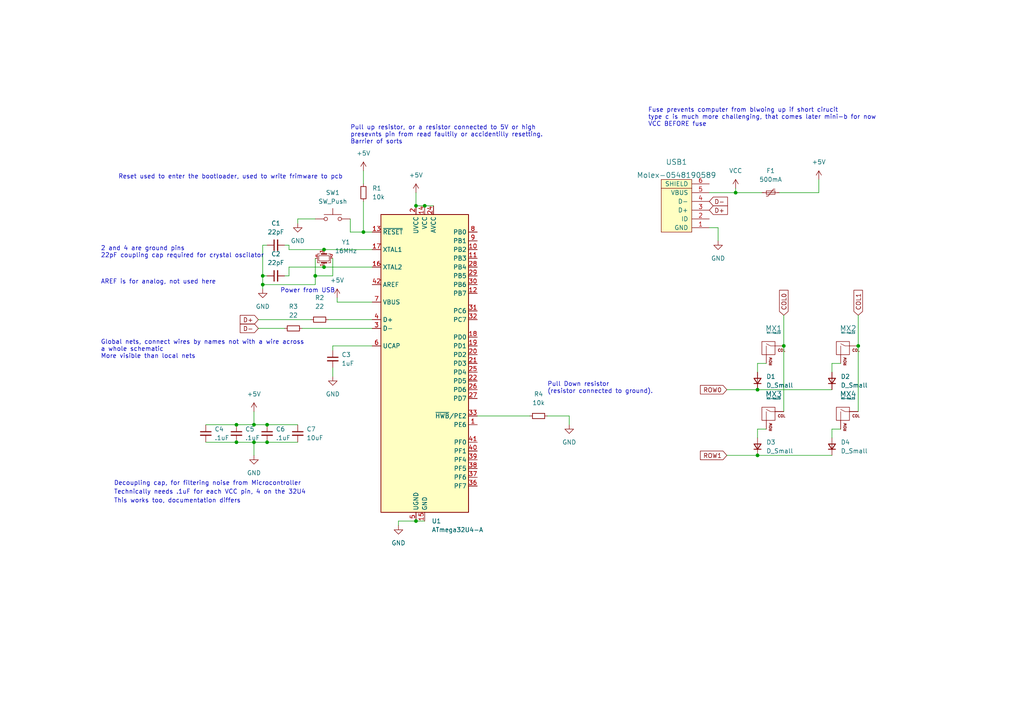
<source format=kicad_sch>
(kicad_sch (version 20211123) (generator eeschema)
  (paper "A4")
  (lib_symbols
    (symbol "Device:C_Small" (pin_numbers hide) (pin_names (offset 0.254) hide)
      (property "Reference" "C" (at 0.254 1.778 0))
      (property "Value" "C_Small" (at 0.254 -2.032 0))
      (symbol "C_Small_0_1"
        (polyline (pts (xy -1.524 -0.508) (xy 1.524 -0.508)) (stroke (width 0.3302)))
        (polyline (pts (xy -1.524 0.508) (xy 1.524 0.508)) (stroke (width 0.3048)))
      )
      (symbol "C_Small_1_1"
        (pin passive line (at 0 2.54 270) (length 2.032) (name "~") (number "1"))
        (pin passive line (at 0 -2.54 90) (length 2.032) (name "~") (number "2"))
      )
    )
    (symbol "Device:Crystal_GND24_Small" (pin_names (offset 1.016) hide)
      (property "Reference" "Y" (at 1.27 4.445 0))
      (property "Value" "Crystal_GND24_Small" (at 1.27 2.54 0))
      (symbol "Crystal_GND24_Small_0_1"
        (rectangle (start -0.762 -1.524) (end 0.762 1.524))
        (polyline (pts (xy -1.27 -0.762) (xy -1.27 0.762)) (stroke (width 0.381)))
        (polyline (pts (xy 1.27 -0.762) (xy 1.27 0.762)) (stroke (width 0.381)))
        (polyline (pts (xy -1.27 -1.27) (xy -1.27 -1.905) (xy 1.27 -1.905) (xy 1.27 -1.27)))
        (polyline (pts (xy -1.27 1.27) (xy -1.27 1.905) (xy 1.27 1.905) (xy 1.27 1.27)))
      )
      (symbol "Crystal_GND24_Small_1_1"
        (pin passive line (at -2.54 0 0) (length 1.27) (name "1") (number "1"))
        (pin passive line (at 0 -2.54 90) (length 0.635) (name "2") (number "2"))
        (pin passive line (at 2.54 0 180) (length 1.27) (name "3") (number "3"))
        (pin passive line (at 0 2.54 270) (length 0.635) (name "4") (number "4"))
      )
    )
    (symbol "Device:D_Small" (pin_numbers hide) (pin_names (offset 0.254) hide)
      (property "Reference" "D" (at -1.27 2.032 0))
      (property "Value" "D_Small" (at -3.81 -2.032 0))
      (symbol "D_Small_0_1"
        (polyline (pts (xy -0.762 -1.016) (xy -0.762 1.016)) (stroke (width 0.254)))
        (polyline (pts (xy -0.762 0) (xy 0.762 0)))
        (polyline (pts (xy 0.762 -1.016) (xy -0.762 0) (xy 0.762 1.016) (xy 0.762 -1.016)) (stroke (width 0.254)))
      )
      (symbol "D_Small_1_1"
        (pin passive line (at -2.54 0 0) (length 1.778) (name "K") (number "1"))
        (pin passive line (at 2.54 0 180) (length 1.778) (name "A") (number "2"))
      )
    )
    (symbol "Device:Polyfuse_Small" (pin_numbers hide) (pin_names (offset 0))
      (property "Reference" "F" (at -1.905 0 90))
      (property "Value" "Polyfuse_Small" (at 1.905 0 90))
      (symbol "Polyfuse_Small_0_1"
        (rectangle (start -0.508 1.27) (end 0.508 -1.27))
        (polyline (pts (xy 0 2.54) (xy 0 -2.54)))
        (polyline (pts (xy -1.016 1.27) (xy -1.016 0.762) (xy 1.016 -0.762) (xy 1.016 -1.27)))
      )
      (symbol "Polyfuse_Small_1_1"
        (pin passive line (at 0 2.54 270) (length 0.635) (name "~") (number "1"))
        (pin passive line (at 0 -2.54 90) (length 0.635) (name "~") (number "2"))
      )
    )
    (symbol "Device:R_Small" (pin_numbers hide) (pin_names (offset 0.254) hide)
      (property "Reference" "R" (at 0.762 0.508 0))
      (property "Value" "R_Small" (at 0.762 -1.016 0))
      (symbol "R_Small_0_1"
        (rectangle (start -0.762 1.778) (end 0.762 -1.778) (stroke (width 0.2032)))
      )
      (symbol "R_Small_1_1"
        (pin passive line (at 0 2.54 270) (length 0.762) (name "~") (number "1"))
        (pin passive line (at 0 -2.54 90) (length 0.762) (name "~") (number "2"))
      )
    )
    (symbol "MCU_Microchip_ATmega:ATmega32U4-A"
      (property "Reference" "U" (at -12.7 44.45 0))
      (property "Value" "ATmega32U4-A" (at 2.54 -44.45 0))
      (symbol "ATmega32U4-A_0_1"
        (rectangle (start -12.7 -43.18) (end 12.7 43.18) (stroke (width 0.254)) (fill (type background)))
      )
      (symbol "ATmega32U4-A_1_1"
        (pin bidirectional line (at 15.24 -17.78 180) (length 2.54) (name "PE6") (number "1"))
        (pin bidirectional line (at 15.24 33.02 180) (length 2.54) (name "PB2") (number "10"))
        (pin bidirectional line (at 15.24 30.48 180) (length 2.54) (name "PB3") (number "11"))
        (pin bidirectional line (at 15.24 20.32 180) (length 2.54) (name "PB7") (number "12"))
        (pin input line (at -15.24 38.1 0) (length 2.54) (name "~{RESET}") (number "13"))
        (pin power_in line (at 0 45.72 270) (length 2.54) (name "VCC") (number "14"))
        (pin power_in line (at 0 -45.72 90) (length 2.54) (name "GND") (number "15"))
        (pin output line (at -15.24 27.94 0) (length 2.54) (name "XTAL2") (number "16"))
        (pin input line (at -15.24 33.02 0) (length 2.54) (name "XTAL1") (number "17"))
        (pin bidirectional line (at 15.24 7.62 180) (length 2.54) (name "PD0") (number "18"))
        (pin bidirectional line (at 15.24 5.08 180) (length 2.54) (name "PD1") (number "19"))
        (pin power_in line (at -2.54 45.72 270) (length 2.54) (name "UVCC") (number "2"))
        (pin bidirectional line (at 15.24 2.54 180) (length 2.54) (name "PD2") (number "20"))
        (pin bidirectional line (at 15.24 0 180) (length 2.54) (name "PD3") (number "21"))
        (pin bidirectional line (at 15.24 -5.08 180) (length 2.54) (name "PD5") (number "22"))
        (pin passive line (at 0 -45.72 90) (length 2.54) hide (name "GND") (number "23"))
        (pin power_in line (at 2.54 45.72 270) (length 2.54) (name "AVCC") (number "24"))
        (pin bidirectional line (at 15.24 -2.54 180) (length 2.54) (name "PD4") (number "25"))
        (pin bidirectional line (at 15.24 -7.62 180) (length 2.54) (name "PD6") (number "26"))
        (pin bidirectional line (at 15.24 -10.16 180) (length 2.54) (name "PD7") (number "27"))
        (pin bidirectional line (at 15.24 27.94 180) (length 2.54) (name "PB4") (number "28"))
        (pin bidirectional line (at 15.24 25.4 180) (length 2.54) (name "PB5") (number "29"))
        (pin bidirectional line (at -15.24 10.16 0) (length 2.54) (name "D-") (number "3"))
        (pin bidirectional line (at 15.24 22.86 180) (length 2.54) (name "PB6") (number "30"))
        (pin bidirectional line (at 15.24 15.24 180) (length 2.54) (name "PC6") (number "31"))
        (pin bidirectional line (at 15.24 12.7 180) (length 2.54) (name "PC7") (number "32"))
        (pin bidirectional line (at 15.24 -15.24 180) (length 2.54) (name "~{HWB}/PE2") (number "33"))
        (pin passive line (at 0 45.72 270) (length 2.54) hide (name "VCC") (number "34"))
        (pin passive line (at 0 -45.72 90) (length 2.54) hide (name "GND") (number "35"))
        (pin bidirectional line (at 15.24 -35.56 180) (length 2.54) (name "PF7") (number "36"))
        (pin bidirectional line (at 15.24 -33.02 180) (length 2.54) (name "PF6") (number "37"))
        (pin bidirectional line (at 15.24 -30.48 180) (length 2.54) (name "PF5") (number "38"))
        (pin bidirectional line (at 15.24 -27.94 180) (length 2.54) (name "PF4") (number "39"))
        (pin bidirectional line (at -15.24 12.7 0) (length 2.54) (name "D+") (number "4"))
        (pin bidirectional line (at 15.24 -25.4 180) (length 2.54) (name "PF1") (number "40"))
        (pin bidirectional line (at 15.24 -22.86 180) (length 2.54) (name "PF0") (number "41"))
        (pin passive line (at -15.24 22.86 0) (length 2.54) (name "AREF") (number "42"))
        (pin passive line (at 0 -45.72 90) (length 2.54) hide (name "GND") (number "43"))
        (pin passive line (at 2.54 45.72 270) (length 2.54) hide (name "AVCC") (number "44"))
        (pin passive line (at -2.54 -45.72 90) (length 2.54) (name "UGND") (number "5"))
        (pin passive line (at -15.24 5.08 0) (length 2.54) (name "UCAP") (number "6"))
        (pin input line (at -15.24 17.78 0) (length 2.54) (name "VBUS") (number "7"))
        (pin bidirectional line (at 15.24 38.1 180) (length 2.54) (name "PB0") (number "8"))
        (pin bidirectional line (at 15.24 35.56 180) (length 2.54) (name "PB1") (number "9"))
      )
    )
    (symbol "MX_Alps_Hybrid:MX-NoLED" (pin_names (offset 1.016))
      (property "Reference" "MX" (at -0.635 3.81 0))
      (property "Value" "MX-NoLED" (at -0.635 1.27 0))
      (symbol "MX-NoLED_0_0"
        (rectangle (start -2.54 2.54) (end 1.27 -1.27))
        (polyline (pts (xy -1.27 -1.27) (xy -1.27 1.27)) (stroke (width 0.127)))
        (polyline (pts (xy 1.27 1.27) (xy 0 1.27) (xy -1.27 1.905)) (stroke (width 0.127)))
        (text "COL" (at 3.175 0 0) (effects (font (size 0.762 0.762))))
        (text "ROW" (at 0 -1.905 900) (effects (font (size 0.762 0.762)) (justify right)))
      )
      (symbol "MX-NoLED_1_1"
        (pin passive line (at 3.81 1.27 180) (length 2.54) (name "COL") (number "1"))
        (pin passive line (at -1.27 -3.81 90) (length 2.54) (name "ROW") (number "2"))
      )
    )
    (symbol "Switch:SW_Push" (pin_numbers hide) (pin_names (offset 1.016) hide)
      (property "Reference" "SW" (at 1.27 2.54 0))
      (property "Value" "SW_Push" (at 0 -1.524 0))
      (symbol "SW_Push_0_1"
        (circle (center -2.032 0) (radius 0.508))
        (polyline (pts (xy 0 1.27) (xy 0 3.048)))
        (polyline (pts (xy 2.54 1.27) (xy -2.54 1.27)))
        (circle (center 2.032 0) (radius 0.508))
        (pin passive line (at -5.08 0 0) (length 2.54) (name "1") (number "1"))
        (pin passive line (at 5.08 0 180) (length 2.54) (name "2") (number "2"))
      )
    )
    (symbol "power:+5V" (power) (pin_names (offset 0))
      (property "Value" "+5V" (at 0 3.556 0))
      (symbol "+5V_0_1"
        (polyline (pts (xy -0.762 1.27) (xy 0 2.54)))
        (polyline (pts (xy 0 0) (xy 0 2.54)))
        (polyline (pts (xy 0 2.54) (xy 0.762 1.27)))
      )
      (symbol "+5V_1_1"
        (pin power_in line (at 0 0 90) (length 0) hide (name "+5V") (number "1"))
      )
    )
    (symbol "power:GND" (power) (pin_names (offset 0))
      (property "Value" "GND" (at 0 -3.81 0))
      (symbol "GND_0_1"
        (polyline (pts (xy 0 0) (xy 0 -1.27) (xy 1.27 -1.27) (xy 0 -2.54) (xy -1.27 -1.27) (xy 0 -1.27)))
      )
      (symbol "GND_1_1"
        (pin power_in line (at 0 0 270) (length 0) hide (name "GND") (number "1"))
      )
    )
    (symbol "power:VCC" (power) (pin_names (offset 0))
      (property "Value" "VCC" (at 0 3.81 0))
      (symbol "VCC_0_1"
        (polyline (pts (xy -0.762 1.27) (xy 0 2.54)))
        (polyline (pts (xy 0 0) (xy 0 2.54)))
        (polyline (pts (xy 0 2.54) (xy 0.762 1.27)))
      )
      (symbol "VCC_1_1"
        (pin power_in line (at 0 0 90) (length 0) hide (name "VCC") (number "1"))
      )
    )
    (symbol "random-keyboard-parts:Molex-0548190589" (pin_names (offset 1.016))
      (property "Reference" "USB" (at 0 7.62 0))
      (property "Value" "Molex-0548190589" (at 0 10.16 0))
      (symbol "Molex-0548190589_0_0"
        (polyline (pts (xy 6.35 -2.54) (xy 6.35 6.35)))
        (rectangle (start 8.89 -2.54) (end -6.35 6.35) (fill (type background)))
      )
      (symbol "Molex-0548190589_1_1"
        (pin input line (at -5.08 -7.62 90) (length 5.08) (name "GND") (number "1"))
        (pin input line (at -2.54 -7.62 90) (length 5.08) (name "ID") (number "2"))
        (pin input line (at 0 -7.62 90) (length 5.08) (name "D+") (number "3"))
        (pin input line (at 2.54 -7.62 90) (length 5.08) (name "D-") (number "4"))
        (pin input line (at 5.08 -7.62 90) (length 5.08) (name "VBUS") (number "5"))
        (pin input line (at 7.62 -7.62 90) (length 5.08) (name "SHIELD") (number "6"))
      )
    )
  )
  (junction (at 219.71 132.08))
  (junction (at 76.2 82.55))
  (junction (at 77.47 123.19))
  (junction (at 77.47 128.27))
  (junction (at 219.71 113.03))
  (junction (at 91.44 80.01))
  (junction (at 93.98 72.39))
  (junction (at 68.58 123.19))
  (junction (at 120.65 151.13))
  (junction (at 76.2 80.01))
  (junction (at 123.19 59.69))
  (junction (at 227.33 100.33))
  (junction (at 93.98 77.47))
  (junction (at 213.36 55.88))
  (junction (at 73.66 128.27))
  (junction (at 73.66 123.19))
  (junction (at 248.92 100.33))
  (junction (at 105.41 67.31))
  (junction (at 120.65 59.69))
  (junction (at 68.58 128.27))
  (wire (pts (xy 219.71 105.41) (xy 219.71 107.95)))
  (wire (pts (xy 76.2 80.01) (xy 76.2 82.55)))
  (wire (pts (xy 83.82 72.39) (xy 83.82 71.12)))
  (wire (pts (xy 91.44 74.93) (xy 91.44 80.01)))
  (wire (pts (xy 115.57 151.13) (xy 115.57 152.4)))
  (wire (pts (xy 73.66 119.38) (xy 73.66 123.19)))
  (wire (pts (xy 93.98 72.39) (xy 107.95 72.39)))
  (wire (pts (xy 208.28 66.04) (xy 208.28 69.85)))
  (wire (pts (xy 120.65 151.13) (xy 123.19 151.13)))
  (wire (pts (xy 95.25 92.71) (xy 107.95 92.71)))
  (wire (pts (xy 74.93 92.71) (xy 90.17 92.71)))
  (wire (pts (xy 227.33 91.44) (xy 227.33 100.33)))
  (wire (pts (xy 219.71 124.46) (xy 219.71 127)))
  (wire (pts (xy 59.69 128.27) (xy 68.58 128.27)))
  (wire (pts (xy 96.52 80.01) (xy 91.44 80.01)))
  (wire (pts (xy 248.92 91.44) (xy 248.92 100.33)))
  (wire (pts (xy 76.2 82.55) (xy 91.44 82.55)))
  (wire (pts (xy 248.92 100.33) (xy 248.92 119.38)))
  (wire (pts (xy 73.66 128.27) (xy 77.47 128.27)))
  (wire (pts (xy 123.19 59.69) (xy 125.73 59.69)))
  (wire (pts (xy 219.71 113.03) (xy 241.3 113.03)))
  (wire (pts (xy 243.84 105.41) (xy 241.3 105.41)))
  (wire (pts (xy 96.52 106.68) (xy 96.52 109.22)))
  (wire (pts (xy 213.36 55.88) (xy 220.98 55.88)))
  (wire (pts (xy 105.41 49.53) (xy 105.41 53.34)))
  (wire (pts (xy 86.36 64.77) (xy 86.36 63.5)))
  (wire (pts (xy 76.2 82.55) (xy 76.2 83.82)))
  (wire (pts (xy 68.58 123.19) (xy 73.66 123.19)))
  (wire (pts (xy 138.43 120.65) (xy 153.67 120.65)))
  (wire (pts (xy 86.36 63.5) (xy 91.44 63.5)))
  (wire (pts (xy 241.3 105.41) (xy 241.3 107.95)))
  (wire (pts (xy 105.41 58.42) (xy 105.41 67.31)))
  (wire (pts (xy 205.74 55.88) (xy 213.36 55.88)))
  (wire (pts (xy 87.63 95.25) (xy 107.95 95.25)))
  (wire (pts (xy 237.49 55.88) (xy 237.49 52.07)))
  (wire (pts (xy 83.82 72.39) (xy 93.98 72.39)))
  (wire (pts (xy 82.55 71.12) (xy 83.82 71.12)))
  (wire (pts (xy 59.69 123.19) (xy 68.58 123.19)))
  (wire (pts (xy 210.82 132.08) (xy 219.71 132.08)))
  (wire (pts (xy 97.79 87.63) (xy 107.95 87.63)))
  (wire (pts (xy 97.79 86.36) (xy 97.79 87.63)))
  (wire (pts (xy 77.47 80.01) (xy 76.2 80.01)))
  (wire (pts (xy 165.1 120.65) (xy 165.1 123.19)))
  (wire (pts (xy 76.2 80.01) (xy 76.2 71.12)))
  (wire (pts (xy 120.65 55.88) (xy 120.65 59.69)))
  (wire (pts (xy 120.65 59.69) (xy 123.19 59.69)))
  (wire (pts (xy 241.3 124.46) (xy 241.3 127)))
  (wire (pts (xy 83.82 80.01) (xy 82.55 80.01)))
  (wire (pts (xy 68.58 128.27) (xy 73.66 128.27)))
  (wire (pts (xy 96.52 74.93) (xy 96.52 80.01)))
  (wire (pts (xy 74.93 95.25) (xy 82.55 95.25)))
  (wire (pts (xy 227.33 100.33) (xy 227.33 119.38)))
  (wire (pts (xy 93.98 77.47) (xy 83.82 77.47)))
  (wire (pts (xy 205.74 66.04) (xy 208.28 66.04)))
  (wire (pts (xy 222.25 105.41) (xy 219.71 105.41)))
  (wire (pts (xy 115.57 151.13) (xy 120.65 151.13)))
  (wire (pts (xy 210.82 113.03) (xy 219.71 113.03)))
  (wire (pts (xy 226.06 55.88) (xy 237.49 55.88)))
  (wire (pts (xy 73.66 123.19) (xy 77.47 123.19)))
  (wire (pts (xy 91.44 80.01) (xy 91.44 82.55)))
  (wire (pts (xy 77.47 128.27) (xy 86.36 128.27)))
  (wire (pts (xy 222.25 124.46) (xy 219.71 124.46)))
  (wire (pts (xy 96.52 100.33) (xy 107.95 100.33)))
  (wire (pts (xy 76.2 71.12) (xy 77.47 71.12)))
  (wire (pts (xy 96.52 101.6) (xy 96.52 100.33)))
  (wire (pts (xy 83.82 77.47) (xy 83.82 80.01)))
  (wire (pts (xy 243.84 124.46) (xy 241.3 124.46)))
  (wire (pts (xy 105.41 67.31) (xy 107.95 67.31)))
  (wire (pts (xy 213.36 54.61) (xy 213.36 55.88)))
  (wire (pts (xy 101.6 67.31) (xy 105.41 67.31)))
  (wire (pts (xy 158.75 120.65) (xy 165.1 120.65)))
  (wire (pts (xy 73.66 128.27) (xy 73.66 132.08)))
  (wire (pts (xy 101.6 63.5) (xy 101.6 67.31)))
  (wire (pts (xy 107.95 77.47) (xy 93.98 77.47)))
  (wire (pts (xy 219.71 132.08) (xy 241.3 132.08)))
  (wire (pts (xy 77.47 123.19) (xy 86.36 123.19)))
  (text "Decoupling cap, for filtering noise from Microcontroller" (at 33.02 140.97 0) (effects (font (size 1.27 1.27)) (justify left bottom)))
  (text "Reset used to enter the bootloader, used to write frimware to pcb\n" (at 34.29 52.07 0) (effects (font (size 1.27 1.27)) (justify left bottom)))
  (text "Global nets, connect wires by names not with a wire across\na whole schematic\nMore visible than local nets\n" (at 29.21 104.14 0) (effects (font (size 1.27 1.27)) (justify left bottom)))
  (text "This works too, documentation differs\n" (at 33.02 146.05 0) (effects (font (size 1.27 1.27)) (justify left bottom)))
  (text "AREF is for analog, not used here\n" (at 29.21 82.55 0) (effects (font (size 1.27 1.27)) (justify left bottom)))
  (text "Fuse prevents computer from blwoing up if short cirucit\ntype c is much more challenging, that comes later mini-b for now\nVCC BEFORE fuse" (at 187.96 36.83 0) (effects (font (size 1.27 1.27)) (justify left bottom)))
  (text "2 and 4 are ground pins\n22pF coupling cap required for crystal oscilator\n" (at 29.21 74.93 0) (effects (font (size 1.27 1.27)) (justify left bottom)))
  (text "Technically needs .1uF for each VCC pin, 4 on the 32U4\n" (at 33.02 143.51 0) (effects (font (size 1.27 1.27)) (justify left bottom)))
  (text "Power from USB\n" (at 81.28 85.09 0) (effects (font (size 1.27 1.27)) (justify left bottom)))
  (text "Pull up resistor, or a resistor connected to 5V or high\npresevnts pin from read faultily or accidentilly resetting.\nBarrier of sorts\n" (at 101.6 41.91 0) (effects (font (size 1.27 1.27)) (justify left bottom)))
  (text "Pull Down resistor \n(resistor connected to ground)." (at 158.75 114.3 0) (effects (font (size 1.27 1.27)) (justify left bottom)))
  (global_label "D+" (shape input) (at 205.74 60.96 0) (property "Intersheet References" "${INTERSHEET_REFS}" (effects hide)))
  (global_label "D+" (shape input) (at 74.93 92.71 180) (property "Intersheet References" "${INTERSHEET_REFS}" (effects hide)))
  (global_label "D-" (shape input) (at 74.93 95.25 180) (property "Intersheet References" "${INTERSHEET_REFS}" (effects hide)))
  (global_label "D-" (shape input) (at 205.74 58.42 0) (property "Intersheet References" "${INTERSHEET_REFS}" (effects hide)))
  (global_label "ROW0" (shape input) (at 210.82 113.03 180) (property "Intersheet References" "${INTERSHEET_REFS}" (effects hide)))
  (global_label "ROW1" (shape input) (at 210.82 132.08 180) (property "Intersheet References" "${INTERSHEET_REFS}" (effects hide)))
  (global_label "COL0" (shape input) (at 227.33 91.44 90) (property "Intersheet References" "${INTERSHEET_REFS}" (effects hide)))
  (global_label "COL1" (shape input) (at 248.92 91.44 90) (property "Intersheet References" "${INTERSHEET_REFS}" (effects hide)))
  (symbol (lib_id "power:VCC") (at 213.36 54.61 0) (unit 1)
    (property "Reference" "#PWR0112" (effects hide))
    (property "Value" "VCC" (at 213.36 49.53 0))
  )
  (symbol (lib_id "MCU_Microchip_ATmega:ATmega32U4-A") (at 123.19 105.41 0) (unit 1)
    (property "Reference" "U1" (at 125.2094 151.13 0) (effects (justify left)))
    (property "Value" "ATmega32U4-A" (at 125.2094 153.67 0) (effects (justify left)))
    (property "Footprint" "Package_QFP:TQFP-44_10x10mm_P0.8mm" (effects hide))
    (property "Datasheet" "http://ww1.microchip.com/downloads/en/DeviceDoc/Atmel-7766-8-bit-AVR-ATmega16U4-32U4_Datasheet.pdf" (effects hide))
  )
  (symbol (lib_id "Device:R_Small") (at 85.09 95.25 90) (unit 1)
    (property "Reference" "R3" (at 85.09 88.9 90))
    (property "Value" "22" (at 85.09 91.44 90))
    (property "Footprint" "Resistor_SMD:R_0805_2012Metric" (effects hide))
  )
  (symbol (lib_id "MX_Alps_Hybrid:MX-NoLED") (at 223.52 101.6 0) (unit 1)
    (property "Reference" "MX1" (at 224.4056 95.25 0) (effects (font (size 1.524 1.524))))
    (property "Value" "MX-NoLED" (at 224.4056 96.52 0) (effects (font (size 0.508 0.508))))
    (property "Footprint" "MX_Alps_Hybrid:MX-1U" (effects hide))
  )
  (symbol (lib_id "power:+5V") (at 120.65 55.88 0) (unit 1)
    (property "Reference" "#PWR0109" (effects hide))
    (property "Value" "+5V" (at 120.65 50.8 0))
  )
  (symbol (lib_id "random-keyboard-parts:Molex-0548190589") (at 198.12 60.96 90) (unit 1)
    (property "Reference" "USB1" (at 196.215 46.99 90) (effects (font (size 1.524 1.524))))
    (property "Value" "Molex-0548190589" (at 196.215 50.8 90) (effects (font (size 1.524 1.524))))
    (property "Footprint" "random-keyboard-parts:Molex-0548190589" (effects hide))
  )
  (symbol (lib_id "power:GND") (at 208.28 69.85 0) (unit 1)
    (property "Reference" "#PWR0113" (effects hide))
    (property "Value" "GND" (at 208.28 74.93 0))
  )
  (symbol (lib_id "Device:R_Small") (at 105.41 55.88 0) (unit 1)
    (property "Reference" "R1" (at 107.95 54.6099 0) (effects (justify left)))
    (property "Value" "10k" (at 107.95 57.1499 0) (effects (justify left)))
    (property "Footprint" "Resistor_SMD:R_0805_2012Metric" (effects hide))
  )
  (symbol (lib_id "Device:C_Small") (at 86.36 125.73 0) (unit 1)
    (property "Reference" "C7" (at 88.9 124.4662 0) (effects (justify left)))
    (property "Value" "10uF" (at 88.9 127.0062 0) (effects (justify left)))
    (property "Footprint" "Capacitor_SMD:C_0805_2012Metric" (effects hide))
  )
  (symbol (lib_id "power:+5V") (at 97.79 86.36 0) (unit 1)
    (property "Reference" "#PWR0101" (effects hide))
    (property "Value" "+5V" (at 97.79 81.28 0))
  )
  (symbol (lib_id "Device:Polyfuse_Small") (at 223.52 55.88 90) (unit 1)
    (property "Reference" "F1" (at 223.52 49.53 90))
    (property "Value" "500mA" (at 223.52 52.07 90))
    (property "Footprint" "Fuse:Fuse_1206_3216Metric" (effects hide))
  )
  (symbol (lib_id "Device:C_Small") (at 80.01 71.12 90) (unit 1)
    (property "Reference" "C1" (at 80.0163 64.77 90))
    (property "Value" "22pF" (at 80.0163 67.31 90))
    (property "Footprint" "Capacitor_SMD:C_0805_2012Metric" (effects hide))
  )
  (symbol (lib_id "Device:R_Small") (at 156.21 120.65 90) (unit 1)
    (property "Reference" "R4" (at 156.21 114.3 90))
    (property "Value" "10k" (at 156.21 116.84 90))
    (property "Footprint" "Resistor_SMD:R_0805_2012Metric" (effects hide))
  )
  (symbol (lib_id "Switch:SW_Push") (at 96.52 63.5 0) (unit 1)
    (property "Reference" "SW1" (at 96.52 55.88 0))
    (property "Value" "SW_Push" (at 96.52 58.42 0))
    (property "Footprint" "random-keyboard-parts:SKQG-1155865" (effects hide))
  )
  (symbol (lib_id "power:GND") (at 86.36 64.77 0) (unit 1)
    (property "Reference" "#PWR0108" (effects hide))
    (property "Value" "GND" (at 86.36 69.85 0))
  )
  (symbol (lib_id "Device:C_Small") (at 96.52 104.14 0) (unit 1)
    (property "Reference" "C3" (at 99.06 102.8762 0) (effects (justify left)))
    (property "Value" "1uF" (at 99.06 105.4162 0) (effects (justify left)))
    (property "Footprint" "Capacitor_SMD:C_0805_2012Metric" (effects hide))
  )
  (symbol (lib_id "MX_Alps_Hybrid:MX-NoLED") (at 223.52 120.65 0) (unit 1)
    (property "Reference" "MX3" (at 224.4056 114.3 0) (effects (font (size 1.524 1.524))))
    (property "Value" "MX-NoLED" (at 224.4056 115.57 0) (effects (font (size 0.508 0.508))))
    (property "Footprint" "MX_Alps_Hybrid:MX-1U" (effects hide))
  )
  (symbol (lib_id "power:+5V") (at 73.66 119.38 0) (unit 1)
    (property "Reference" "#PWR0107" (effects hide))
    (property "Value" "+5V" (at 73.66 114.3 0))
  )
  (symbol (lib_id "power:GND") (at 73.66 132.08 0) (unit 1)
    (property "Reference" "#PWR0106" (effects hide))
    (property "Value" "GND" (at 73.66 137.16 0))
  )
  (symbol (lib_id "Device:D_Small") (at 219.71 129.54 90) (unit 1)
    (property "Reference" "D3" (at 222.25 128.2699 90) (effects (justify right)))
    (property "Value" "D_Small" (at 222.25 130.8099 90) (effects (justify right)))
    (property "Footprint" "Diode_SMD:D_SOD-123" (effects hide))
  )
  (symbol (lib_id "Device:D_Small") (at 241.3 129.54 90) (unit 1)
    (property "Reference" "D4" (at 243.84 128.2699 90) (effects (justify right)))
    (property "Value" "D_Small" (at 243.84 130.8099 90) (effects (justify right)))
    (property "Footprint" "Diode_SMD:D_SOD-123" (effects hide))
  )
  (symbol (lib_id "power:GND") (at 96.52 109.22 0) (unit 1)
    (property "Reference" "#PWR0105" (effects hide))
    (property "Value" "GND" (at 96.52 114.3 0))
  )
  (symbol (lib_id "MX_Alps_Hybrid:MX-NoLED") (at 245.11 101.6 0) (unit 1)
    (property "Reference" "MX2" (at 245.9956 95.25 0) (effects (font (size 1.524 1.524))))
    (property "Value" "MX-NoLED" (at 245.9956 96.52 0) (effects (font (size 0.508 0.508))))
    (property "Footprint" "MX_Alps_Hybrid:MX-1U" (effects hide))
  )
  (symbol (lib_id "power:+5V") (at 105.41 49.53 0) (unit 1)
    (property "Reference" "#PWR0110" (effects hide))
    (property "Value" "+5V" (at 105.41 44.45 0))
  )
  (symbol (lib_id "power:+5V") (at 237.49 52.07 0) (unit 1)
    (property "Reference" "#PWR0111" (effects hide))
    (property "Value" "+5V" (at 237.49 46.99 0))
  )
  (symbol (lib_id "MX_Alps_Hybrid:MX-NoLED") (at 245.11 120.65 0) (unit 1)
    (property "Reference" "MX4" (at 245.9956 114.3 0) (effects (font (size 1.524 1.524))))
    (property "Value" "MX-NoLED" (at 245.9956 115.57 0) (effects (font (size 0.508 0.508))))
    (property "Footprint" "MX_Alps_Hybrid:MX-1U" (effects hide))
  )
  (symbol (lib_id "power:GND") (at 76.2 83.82 0) (unit 1)
    (property "Reference" "#PWR0102" (effects hide))
    (property "Value" "GND" (at 76.2 88.9 0))
  )
  (symbol (lib_id "Device:C_Small") (at 59.69 125.73 0) (unit 1)
    (property "Reference" "C4" (at 62.23 124.4662 0) (effects (justify left)))
    (property "Value" ".1uF" (at 62.23 127.0062 0) (effects (justify left)))
    (property "Footprint" "Capacitor_SMD:C_0805_2012Metric" (effects hide))
  )
  (symbol (lib_id "Device:R_Small") (at 92.71 92.71 90) (unit 1)
    (property "Reference" "R2" (at 92.71 86.36 90))
    (property "Value" "22" (at 92.71 88.9 90))
    (property "Footprint" "Resistor_SMD:R_0805_2012Metric" (effects hide))
  )
  (symbol (lib_id "Device:D_Small") (at 219.71 110.49 90) (unit 1)
    (property "Reference" "D1" (at 222.25 109.2199 90) (effects (justify right)))
    (property "Value" "D_Small" (at 222.25 111.7599 90) (effects (justify right)))
    (property "Footprint" "Diode_SMD:D_SOD-123" (effects hide))
  )
  (symbol (lib_id "Device:C_Small") (at 80.01 80.01 90) (unit 1)
    (property "Reference" "C2" (at 80.0163 73.66 90))
    (property "Value" "22pF" (at 80.0163 76.2 90))
    (property "Footprint" "Capacitor_SMD:C_0805_2012Metric" (effects hide))
  )
  (symbol (lib_id "power:GND") (at 115.57 152.4 0) (unit 1)
    (property "Reference" "#PWR0103" (effects hide))
    (property "Value" "GND" (at 115.57 157.48 0))
  )
  (symbol (lib_id "Device:C_Small") (at 68.58 125.73 0) (unit 1)
    (property "Reference" "C5" (at 71.12 124.4662 0) (effects (justify left)))
    (property "Value" ".1uF" (at 71.12 127.0062 0) (effects (justify left)))
    (property "Footprint" "Capacitor_SMD:C_0805_2012Metric" (effects hide))
  )
  (symbol (lib_id "power:GND") (at 165.1 123.19 0) (unit 1)
    (property "Reference" "#PWR0104" (effects hide))
    (property "Value" "GND" (at 165.1 128.27 0))
  )
  (symbol (lib_id "Device:D_Small") (at 241.3 110.49 90) (unit 1)
    (property "Reference" "D2" (at 243.84 109.2199 90) (effects (justify right)))
    (property "Value" "D_Small" (at 243.84 111.7599 90) (effects (justify right)))
    (property "Footprint" "Diode_SMD:D_SOD-123" (effects hide))
  )
  (symbol (lib_id "Device:Crystal_GND24_Small") (at 93.98 74.93 90) (unit 1)
    (property "Reference" "Y1" (at 100.33 70.231 90))
    (property "Value" "16MHz" (at 100.33 72.771 90))
    (property "Footprint" "Crystal:Crystal_SMD_3225-4Pin_3.2x2.5mm" (effects hide))
  )
  (symbol (lib_id "Device:C_Small") (at 77.47 125.73 0) (unit 1)
    (property "Reference" "C6" (at 80.01 124.4662 0) (effects (justify left)))
    (property "Value" ".1uF" (at 80.01 127.0062 0) (effects (justify left)))
    (property "Footprint" "Capacitor_SMD:C_0805_2012Metric" (effects hide))
  )
)
</source>
